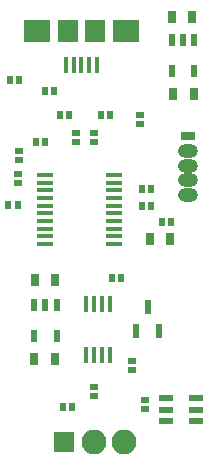
<source format=gbr>
G04 #@! TF.GenerationSoftware,KiCad,Pcbnew,5.0.0-rc2-be01b52~65~ubuntu17.10.1*
G04 #@! TF.CreationDate,2018-07-06T13:28:39-04:00*
G04 #@! TF.ProjectId,pmtcmini-h10770,706D74636D696E692D6831303737302E,rev?*
G04 #@! TF.SameCoordinates,Original*
G04 #@! TF.FileFunction,Soldermask,Top*
G04 #@! TF.FilePolarity,Negative*
%FSLAX46Y46*%
G04 Gerber Fmt 4.6, Leading zero omitted, Abs format (unit mm)*
G04 Created by KiCad (PCBNEW 5.0.0-rc2-be01b52~65~ubuntu17.10.1) date Fri Jul  6 13:28:39 2018*
%MOMM*%
%LPD*%
G01*
G04 APERTURE LIST*
%ADD10R,0.575000X0.650000*%
%ADD11R,0.650000X0.575000*%
%ADD12R,1.800000X1.900000*%
%ADD13R,2.300000X1.900000*%
%ADD14R,0.400000X1.400000*%
%ADD15O,1.700000X1.200000*%
%ADD16R,1.300000X0.800000*%
%ADD17R,0.406400X1.371600*%
%ADD18R,0.558800X1.295400*%
%ADD19R,1.475000X0.450000*%
%ADD20R,0.550000X1.050000*%
%ADD21R,1.250000X0.600000*%
%ADD22R,0.670000X1.000000*%
%ADD23O,2.100000X2.100000*%
%ADD24R,1.700000X1.700000*%
G04 APERTURE END LIST*
D10*
G04 #@! TO.C,R10*
X129325000Y-61600000D03*
X130100000Y-61600000D03*
G04 #@! TD*
D11*
G04 #@! TO.C,R9*
X137375000Y-64425000D03*
X137375000Y-63650000D03*
G04 #@! TD*
D10*
G04 #@! TO.C,R11*
X127175000Y-60725000D03*
X126400000Y-60725000D03*
G04 #@! TD*
D12*
G04 #@! TO.C,J3*
X131300000Y-56575000D03*
X133600000Y-56575000D03*
D13*
X128700000Y-56575000D03*
X136200000Y-56575000D03*
D14*
X131150000Y-59425000D03*
X131800000Y-59425000D03*
X132450000Y-59425000D03*
X133100000Y-59425000D03*
X133750000Y-59425000D03*
G04 #@! TD*
D11*
G04 #@! TO.C,R8*
X133500000Y-86650000D03*
X133500000Y-87425000D03*
G04 #@! TD*
D15*
G04 #@! TO.C,J2*
X141450000Y-70450000D03*
X141450000Y-69200000D03*
X141450000Y-67950000D03*
X141450000Y-66700000D03*
D16*
X141450000Y-65450000D03*
G04 #@! TD*
D17*
G04 #@! TO.C,U2*
X134840600Y-83984400D03*
X134180200Y-83984400D03*
X133519800Y-83984400D03*
X132859400Y-83984400D03*
X132859400Y-79615600D03*
X133519800Y-79615600D03*
X134180200Y-79615600D03*
X134840600Y-79615600D03*
G04 #@! TD*
D18*
G04 #@! TO.C,U1*
X138050000Y-79921300D03*
X139000000Y-81978700D03*
X137100000Y-81978700D03*
G04 #@! TD*
D19*
G04 #@! TO.C,U3*
X135238000Y-68725000D03*
X135238000Y-69375000D03*
X135238000Y-70025000D03*
X135238000Y-70675000D03*
X135238000Y-71325000D03*
X135238000Y-71975000D03*
X135238000Y-72625000D03*
X135238000Y-73275000D03*
X135238000Y-73925000D03*
X135238000Y-74575000D03*
X129362000Y-74575000D03*
X129362000Y-73925000D03*
X129362000Y-73275000D03*
X129362000Y-72625000D03*
X129362000Y-71975000D03*
X129362000Y-71325000D03*
X129362000Y-70675000D03*
X129362000Y-70025000D03*
X129362000Y-69375000D03*
X129362000Y-68725000D03*
G04 #@! TD*
D20*
G04 #@! TO.C,U6*
X142000000Y-59900000D03*
X140100000Y-59900000D03*
X140100000Y-57300000D03*
X141050000Y-57300000D03*
X142000000Y-57300000D03*
G04 #@! TD*
G04 #@! TO.C,U4*
X130350000Y-82350000D03*
X128450000Y-82350000D03*
X128450000Y-79750000D03*
X129400000Y-79750000D03*
X130350000Y-79750000D03*
G04 #@! TD*
D21*
G04 #@! TO.C,U5*
X139650000Y-89550000D03*
X139650000Y-88600000D03*
X139650000Y-87650000D03*
X142150000Y-87650000D03*
X142150000Y-88600000D03*
X142150000Y-89550000D03*
G04 #@! TD*
D10*
G04 #@! TO.C,C12*
X130650000Y-63650000D03*
X131425000Y-63650000D03*
G04 #@! TD*
G04 #@! TO.C,C11*
X130912500Y-88400000D03*
X131687500Y-88400000D03*
G04 #@! TD*
G04 #@! TO.C,C10*
X134887500Y-63650000D03*
X134112500Y-63650000D03*
G04 #@! TD*
D11*
G04 #@! TO.C,C6*
X136750000Y-85237500D03*
X136750000Y-84462500D03*
G04 #@! TD*
D10*
G04 #@! TO.C,C4*
X138350000Y-69950000D03*
X137575000Y-69950000D03*
G04 #@! TD*
G04 #@! TO.C,C3*
X126262500Y-71300000D03*
X127037500Y-71300000D03*
G04 #@! TD*
G04 #@! TO.C,C1*
X135837500Y-77450000D03*
X135062500Y-77450000D03*
G04 #@! TD*
G04 #@! TO.C,C2*
X138337500Y-71350000D03*
X137562500Y-71350000D03*
G04 #@! TD*
D22*
G04 #@! TO.C,C9*
X141950000Y-61900000D03*
X140200000Y-61900000D03*
G04 #@! TD*
G04 #@! TO.C,C8*
X130200000Y-84300000D03*
X128450000Y-84300000D03*
G04 #@! TD*
G04 #@! TO.C,C7*
X141850000Y-55350000D03*
X140100000Y-55350000D03*
G04 #@! TD*
G04 #@! TO.C,C5*
X130250000Y-77600000D03*
X128500000Y-77600000D03*
G04 #@! TD*
D23*
G04 #@! TO.C,J1*
X136030000Y-91300000D03*
X133490000Y-91300000D03*
D24*
X130950000Y-91300000D03*
G04 #@! TD*
D22*
G04 #@! TO.C,D1*
X139975000Y-74175000D03*
X138225000Y-74175000D03*
G04 #@! TD*
D11*
G04 #@! TO.C,R7*
X137800000Y-88575000D03*
X137800000Y-87800000D03*
G04 #@! TD*
G04 #@! TO.C,R1*
X127075000Y-69450000D03*
X127075000Y-68675000D03*
G04 #@! TD*
G04 #@! TO.C,R2*
X127150000Y-66712500D03*
X127150000Y-67487500D03*
G04 #@! TD*
D10*
G04 #@! TO.C,R3*
X140062500Y-72725000D03*
X139287500Y-72725000D03*
G04 #@! TD*
G04 #@! TO.C,R4*
X128612500Y-65900000D03*
X129387500Y-65900000D03*
G04 #@! TD*
D11*
G04 #@! TO.C,R5*
X132000000Y-65937500D03*
X132000000Y-65162500D03*
G04 #@! TD*
G04 #@! TO.C,R6*
X133550000Y-65937500D03*
X133550000Y-65162500D03*
G04 #@! TD*
M02*

</source>
